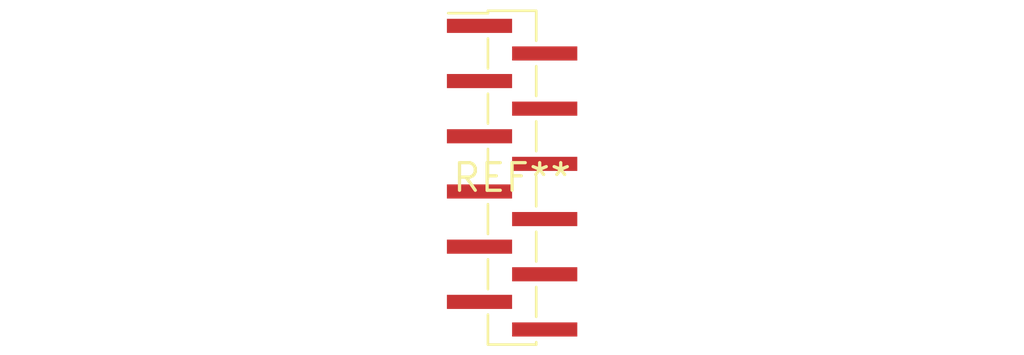
<source format=kicad_pcb>
(kicad_pcb (version 20240108) (generator pcbnew)
  (layers (0 "F.Cu" signal) (31 "B.Cu" signal) (34 "B.Paste" user) (35 "F.Paste" user) (36 "B.SilkS" user "B.Silkscreen") (37 "F.SilkS" user "F.Silkscreen") (38 "B.Mask" user) (39 "F.Mask" user) (44 "Edge.Cuts" user))
  (net 0 "")
  (footprint "PinHeader_1x12_P1.27mm_Vertical_SMD_Pin1Left" (layer "F.Cu") (at 0 0)
    (property "Reference" "REF**")
    (property "Value" "PinHeader_1x12_P1.27mm_Vertical_SMD_Pin1Left")
    (fp_line (start -1.11 -7.68) (end -1.11 -7.57) (layer "F.SilkS") (stroke (width 0.12)))
    (fp_line (start -1.11 -7.68) (end 1.11 -7.68) (layer "F.SilkS") (stroke (width 0.12)))
    (fp_line (start -1.11 -7.57) (end -2.94 -7.57) (layer "F.SilkS") (stroke (width 0.12)))
    (fp_line (start -1.11 -6.4) (end -1.11 -5.03) (layer "F.SilkS") (stroke (width 0.12)))
    (fp_line (start -1.11 -3.86) (end -1.11 -2.49) (layer "F.SilkS") (stroke (width 0.12)))
    (fp_line (start -1.11 -1.32) (end -1.11 0.05) (layer "F.SilkS") (stroke (width 0.12)))
    (fp_line (start -1.11 1.22) (end -1.11 2.59) (layer "F.SilkS") (stroke (width 0.12)))
    (fp_line (start -1.11 3.76) (end -1.11 5.13) (layer "F.SilkS") (stroke (width 0.12)))
    (fp_line (start -1.11 6.3) (end -1.11 7.67) (layer "F.SilkS") (stroke (width 0.12)))
    (fp_line (start -1.11 7.68) (end 1.11 7.68) (layer "F.SilkS") (stroke (width 0.12)))
    (fp_line (start 1.11 -7.67) (end 1.11 -6.3) (layer "F.SilkS") (stroke (width 0.12)))
    (fp_line (start 1.11 -5.13) (end 1.11 -3.76) (layer "F.SilkS") (stroke (width 0.12)))
    (fp_line (start 1.11 -2.59) (end 1.11 -1.22) (layer "F.SilkS") (stroke (width 0.12)))
    (fp_line (start 1.11 -0.05) (end 1.11 1.32) (layer "F.SilkS") (stroke (width 0.12)))
    (fp_line (start 1.11 2.49) (end 1.11 3.86) (layer "F.SilkS") (stroke (width 0.12)))
    (fp_line (start 1.11 5.03) (end 1.11 6.4) (layer "F.SilkS") (stroke (width 0.12)))
    (fp_line (start 1.11 7.57) (end 1.11 7.68) (layer "F.SilkS") (stroke (width 0.12)))
    (pad "1" smd rect (at -1.5 -6.985) (size 3 0.65) (layers "F.Cu" "F.Paste" "F.Mask"))
    (pad "2" smd rect (at 1.5 -5.715) (size 3 0.65) (layers "F.Cu" "F.Paste" "F.Mask"))
    (pad "3" smd rect (at -1.5 -4.445) (size 3 0.65) (layers "F.Cu" "F.Paste" "F.Mask"))
    (pad "4" smd rect (at 1.5 -3.175) (size 3 0.65) (layers "F.Cu" "F.Paste" "F.Mask"))
    (pad "5" smd rect (at -1.5 -1.905) (size 3 0.65) (layers "F.Cu" "F.Paste" "F.Mask"))
    (pad "6" smd rect (at 1.5 -0.635) (size 3 0.65) (layers "F.Cu" "F.Paste" "F.Mask"))
    (pad "7" smd rect (at -1.5 0.635) (size 3 0.65) (layers "F.Cu" "F.Paste" "F.Mask"))
    (pad "8" smd rect (at 1.5 1.905) (size 3 0.65) (layers "F.Cu" "F.Paste" "F.Mask"))
    (pad "9" smd rect (at -1.5 3.175) (size 3 0.65) (layers "F.Cu" "F.Paste" "F.Mask"))
    (pad "10" smd rect (at 1.5 4.445) (size 3 0.65) (layers "F.Cu" "F.Paste" "F.Mask"))
    (pad "11" smd rect (at -1.5 5.715) (size 3 0.65) (layers "F.Cu" "F.Paste" "F.Mask"))
    (pad "12" smd rect (at 1.5 6.985) (size 3 0.65) (layers "F.Cu" "F.Paste" "F.Mask"))
  )
)
</source>
